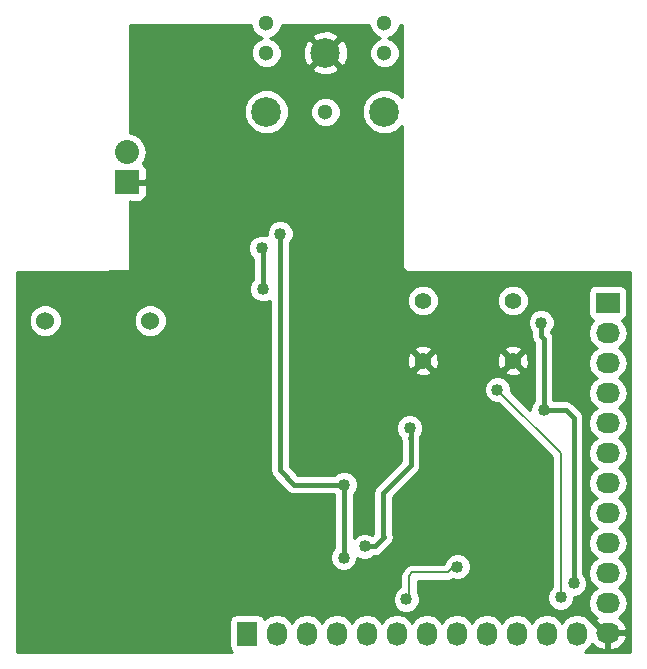
<source format=gbr>
G04 #@! TF.FileFunction,Copper,L2,Bot,Signal*
%FSLAX46Y46*%
G04 Gerber Fmt 4.6, Leading zero omitted, Abs format (unit mm)*
G04 Created by KiCad (PCBNEW 4.0.2-stable) date 27/05/2016 15:33:53*
%MOMM*%
G01*
G04 APERTURE LIST*
%ADD10C,0.100000*%
%ADD11C,1.524000*%
%ADD12R,2.032000X2.032000*%
%ADD13O,2.032000X2.032000*%
%ADD14C,1.397000*%
%ADD15R,2.032000X1.727200*%
%ADD16O,2.032000X1.727200*%
%ADD17R,1.727200X2.032000*%
%ADD18O,1.727200X2.032000*%
%ADD19C,2.500000*%
%ADD20C,2.524000*%
%ADD21C,1.300000*%
%ADD22C,1.016000*%
%ADD23C,0.400000*%
%ADD24C,0.250000*%
%ADD25C,0.203200*%
%ADD26C,0.254000*%
G04 APERTURE END LIST*
D10*
D11*
X148894800Y-75412600D03*
X157784800Y-75412600D03*
D12*
X155829000Y-63677800D03*
D13*
X155829000Y-61137800D03*
D14*
X188493400Y-73710800D03*
X188493400Y-78790800D03*
X180873400Y-73710800D03*
X180873400Y-78790800D03*
D15*
X196532500Y-73901300D03*
D16*
X196532500Y-76441300D03*
X196532500Y-78981300D03*
X196532500Y-81521300D03*
X196532500Y-84061300D03*
X196532500Y-86601300D03*
X196532500Y-89141300D03*
X196532500Y-91681300D03*
X196532500Y-94221300D03*
X196532500Y-96761300D03*
X196532500Y-99301300D03*
X196532500Y-101841300D03*
D17*
X165976300Y-101917500D03*
D18*
X168516300Y-101917500D03*
X171056300Y-101917500D03*
X173596300Y-101917500D03*
X176136300Y-101917500D03*
X178676300Y-101917500D03*
X181216300Y-101917500D03*
X183756300Y-101917500D03*
X186296300Y-101917500D03*
X188836300Y-101917500D03*
X191376300Y-101917500D03*
X193916300Y-101917500D03*
D19*
X172624000Y-52728000D03*
D20*
X167624000Y-57728000D03*
X177624000Y-57728000D03*
D21*
X167624000Y-50228000D03*
X177624000Y-50228000D03*
X167624000Y-52728000D03*
X177624000Y-52728000D03*
X172624000Y-57728000D03*
D22*
X193636900Y-97663000D03*
X190881000Y-75577700D03*
X191096900Y-83007200D03*
X179755800Y-84493100D03*
X175945800Y-94526100D03*
X171551600Y-79349600D03*
X175260000Y-76200000D03*
X192938400Y-75895200D03*
X174001800Y-74155400D03*
X181739300Y-93398100D03*
X184873900Y-99606100D03*
X170764200Y-98958400D03*
X192544700Y-98844100D03*
X187172600Y-81254600D03*
X168783000Y-68046600D03*
X174205900Y-89293700D03*
X174180500Y-95478600D03*
X183807100Y-96240600D03*
X179451000Y-99021900D03*
X167335200Y-72732900D03*
X167220900Y-69265800D03*
D23*
X190881000Y-75577700D02*
X190881000Y-76733400D01*
X190881000Y-76733400D02*
X191096900Y-76949300D01*
X191096900Y-83007200D02*
X192963800Y-83007200D01*
X193636900Y-83680300D02*
X193636900Y-97663000D01*
X192963800Y-83007200D02*
X193636900Y-83680300D01*
X191096900Y-76949300D02*
X191096900Y-83007200D01*
X179832000Y-87668100D02*
X179832000Y-85318600D01*
X177495200Y-90004900D02*
X179832000Y-87668100D01*
X177495200Y-93853000D02*
X177495200Y-90004900D01*
X179755800Y-85318600D02*
X179832000Y-85318600D01*
X179832000Y-85242400D02*
X179755800Y-85318600D01*
X179832000Y-84569300D02*
X179832000Y-85242400D01*
X179755800Y-84493100D02*
X179832000Y-84569300D01*
X175945800Y-94526100D02*
X176822100Y-94526100D01*
X176822100Y-94526100D02*
X177495200Y-93853000D01*
X177495200Y-93853000D02*
X177596800Y-93751400D01*
D24*
X176822100Y-94526100D02*
X177596800Y-93751400D01*
D25*
X171551600Y-79349600D02*
X173380400Y-79349600D01*
X173380400Y-79349600D02*
X175260000Y-77470000D01*
X175260000Y-77470000D02*
X175260000Y-76200000D01*
X184873900Y-99606100D02*
X181114700Y-99606100D01*
X181114700Y-99606100D02*
X180492400Y-100228400D01*
X180492400Y-100228400D02*
X172034200Y-100228400D01*
X172034200Y-100228400D02*
X170764200Y-98958400D01*
X155829000Y-63677800D02*
X170205400Y-63677800D01*
X170205400Y-63677800D02*
X174001800Y-67474200D01*
X174001800Y-67474200D02*
X174001800Y-74155400D01*
X174001800Y-74155400D02*
X174014400Y-74168000D01*
X174014400Y-74168000D02*
X174244000Y-74168000D01*
X181660800Y-93319600D02*
X181508400Y-93319600D01*
X181739300Y-93398100D02*
X181660800Y-93319600D01*
X196532500Y-101841300D02*
X196024500Y-101841300D01*
X196024500Y-101841300D02*
X195275200Y-101092000D01*
X195275200Y-101092000D02*
X195275200Y-100977700D01*
X196532500Y-101841300D02*
X196291200Y-101841300D01*
X196291200Y-101841300D02*
X195262500Y-100812600D01*
X195326000Y-100647500D02*
X195338700Y-100647500D01*
X195338700Y-100647500D02*
X196532500Y-101841300D01*
X170764200Y-98958400D02*
X171018200Y-99212400D01*
X192544700Y-86626700D02*
X192544700Y-98844100D01*
X187172600Y-81254600D02*
X192544700Y-86626700D01*
D23*
X174205900Y-89293700D02*
X169989500Y-89293700D01*
X168783000Y-88087200D02*
X168783000Y-68046600D01*
X169989500Y-89293700D02*
X168783000Y-88087200D01*
D24*
X174205900Y-89293700D02*
X174180500Y-89319100D01*
D23*
X174180500Y-89319100D02*
X174180500Y-95478600D01*
D25*
X183451500Y-96240600D02*
X183807100Y-96240600D01*
X182968900Y-96723200D02*
X183451500Y-96240600D01*
X179997100Y-96723200D02*
X182968900Y-96723200D01*
X179705000Y-97015300D02*
X179997100Y-96723200D01*
X179705000Y-98767900D02*
X179705000Y-97015300D01*
X179451000Y-99021900D02*
X179705000Y-98767900D01*
D23*
X167220900Y-69265800D02*
X167335200Y-69380100D01*
X167335200Y-69380100D02*
X167335200Y-72732900D01*
D26*
G36*
X166338777Y-50482481D02*
X166533995Y-50954943D01*
X166895155Y-51316735D01*
X167283898Y-51478155D01*
X166897057Y-51637995D01*
X166535265Y-51999155D01*
X166339223Y-52471276D01*
X166338777Y-52982481D01*
X166533995Y-53454943D01*
X166895155Y-53816735D01*
X167367276Y-54012777D01*
X167878481Y-54013223D01*
X168350943Y-53818005D01*
X168712735Y-53456845D01*
X168908777Y-52984724D01*
X168909223Y-52473519D01*
X168880419Y-52403806D01*
X170729612Y-52403806D01*
X170749750Y-53153435D01*
X170997877Y-53752467D01*
X171290680Y-53881715D01*
X172444395Y-52728000D01*
X172803605Y-52728000D01*
X173957320Y-53881715D01*
X174250123Y-53752467D01*
X174518388Y-53052194D01*
X174498250Y-52302565D01*
X174250123Y-51703533D01*
X173957320Y-51574285D01*
X172803605Y-52728000D01*
X172444395Y-52728000D01*
X171290680Y-51574285D01*
X170997877Y-51703533D01*
X170729612Y-52403806D01*
X168880419Y-52403806D01*
X168714005Y-52001057D01*
X168352845Y-51639265D01*
X167964102Y-51477845D01*
X168165375Y-51394680D01*
X171470285Y-51394680D01*
X172624000Y-52548395D01*
X173777715Y-51394680D01*
X173648467Y-51101877D01*
X172948194Y-50833612D01*
X172198565Y-50853750D01*
X171599533Y-51101877D01*
X171470285Y-51394680D01*
X168165375Y-51394680D01*
X168350943Y-51318005D01*
X168712735Y-50956845D01*
X168908777Y-50484724D01*
X168908834Y-50419000D01*
X176338832Y-50419000D01*
X176338777Y-50482481D01*
X176533995Y-50954943D01*
X176895155Y-51316735D01*
X177283898Y-51478155D01*
X176897057Y-51637995D01*
X176535265Y-51999155D01*
X176339223Y-52471276D01*
X176338777Y-52982481D01*
X176533995Y-53454943D01*
X176895155Y-53816735D01*
X177367276Y-54012777D01*
X177878481Y-54013223D01*
X178350943Y-53818005D01*
X178712735Y-53456845D01*
X178908777Y-52984724D01*
X178909223Y-52473519D01*
X178714005Y-52001057D01*
X178352845Y-51639265D01*
X177964102Y-51477845D01*
X178350943Y-51318005D01*
X178712735Y-50956845D01*
X178908777Y-50484724D01*
X178908834Y-50419000D01*
X179090000Y-50419000D01*
X179090000Y-56511454D01*
X178699967Y-56120740D01*
X178002992Y-55831330D01*
X177248319Y-55830672D01*
X176550840Y-56118864D01*
X176016740Y-56652033D01*
X175727330Y-57349008D01*
X175726672Y-58103681D01*
X176014864Y-58801160D01*
X176548033Y-59335260D01*
X177245008Y-59624670D01*
X177999681Y-59625328D01*
X178697160Y-59337136D01*
X179090000Y-58944981D01*
X179090000Y-70600000D01*
X179144046Y-70871705D01*
X179297954Y-71102046D01*
X179528295Y-71255954D01*
X179548287Y-71259931D01*
X179560295Y-71267954D01*
X179832000Y-71322000D01*
X198426000Y-71322000D01*
X198426000Y-103430000D01*
X194574753Y-103430000D01*
X194975970Y-103161915D01*
X195228035Y-102784674D01*
X195618180Y-103133254D01*
X196170587Y-103326484D01*
X196405500Y-103182224D01*
X196405500Y-101968300D01*
X196659500Y-101968300D01*
X196659500Y-103182224D01*
X196894413Y-103326484D01*
X197446820Y-103133254D01*
X197883232Y-102743336D01*
X198137209Y-102216091D01*
X198139858Y-102200326D01*
X198018717Y-101968300D01*
X196659500Y-101968300D01*
X196405500Y-101968300D01*
X196385500Y-101968300D01*
X196385500Y-101714300D01*
X196405500Y-101714300D01*
X196405500Y-101694300D01*
X196659500Y-101694300D01*
X196659500Y-101714300D01*
X198018717Y-101714300D01*
X198139858Y-101482274D01*
X198137209Y-101466509D01*
X197883232Y-100939264D01*
X197467431Y-100567761D01*
X197776915Y-100360970D01*
X198101771Y-99874789D01*
X198215845Y-99301300D01*
X198101771Y-98727811D01*
X197776915Y-98241630D01*
X197462134Y-98031300D01*
X197776915Y-97820970D01*
X198101771Y-97334789D01*
X198215845Y-96761300D01*
X198101771Y-96187811D01*
X197776915Y-95701630D01*
X197462134Y-95491300D01*
X197776915Y-95280970D01*
X198101771Y-94794789D01*
X198215845Y-94221300D01*
X198101771Y-93647811D01*
X197776915Y-93161630D01*
X197462134Y-92951300D01*
X197776915Y-92740970D01*
X198101771Y-92254789D01*
X198215845Y-91681300D01*
X198101771Y-91107811D01*
X197776915Y-90621630D01*
X197462134Y-90411300D01*
X197776915Y-90200970D01*
X198101771Y-89714789D01*
X198215845Y-89141300D01*
X198101771Y-88567811D01*
X197776915Y-88081630D01*
X197462134Y-87871300D01*
X197776915Y-87660970D01*
X198101771Y-87174789D01*
X198215845Y-86601300D01*
X198101771Y-86027811D01*
X197776915Y-85541630D01*
X197462134Y-85331300D01*
X197776915Y-85120970D01*
X198101771Y-84634789D01*
X198215845Y-84061300D01*
X198101771Y-83487811D01*
X197776915Y-83001630D01*
X197462134Y-82791300D01*
X197776915Y-82580970D01*
X198101771Y-82094789D01*
X198215845Y-81521300D01*
X198101771Y-80947811D01*
X197776915Y-80461630D01*
X197462134Y-80251300D01*
X197776915Y-80040970D01*
X198101771Y-79554789D01*
X198215845Y-78981300D01*
X198101771Y-78407811D01*
X197776915Y-77921630D01*
X197462134Y-77711300D01*
X197776915Y-77500970D01*
X198101771Y-77014789D01*
X198215845Y-76441300D01*
X198101771Y-75867811D01*
X197776915Y-75381630D01*
X197762587Y-75372057D01*
X197783817Y-75368062D01*
X197999941Y-75228990D01*
X198144931Y-75016790D01*
X198195940Y-74764900D01*
X198195940Y-73037700D01*
X198151662Y-72802383D01*
X198012590Y-72586259D01*
X197800390Y-72441269D01*
X197548500Y-72390260D01*
X195516500Y-72390260D01*
X195281183Y-72434538D01*
X195065059Y-72573610D01*
X194920069Y-72785810D01*
X194869060Y-73037700D01*
X194869060Y-74764900D01*
X194913338Y-75000217D01*
X195052410Y-75216341D01*
X195264610Y-75361331D01*
X195305939Y-75369700D01*
X195288085Y-75381630D01*
X194963229Y-75867811D01*
X194849155Y-76441300D01*
X194963229Y-77014789D01*
X195288085Y-77500970D01*
X195602866Y-77711300D01*
X195288085Y-77921630D01*
X194963229Y-78407811D01*
X194849155Y-78981300D01*
X194963229Y-79554789D01*
X195288085Y-80040970D01*
X195602866Y-80251300D01*
X195288085Y-80461630D01*
X194963229Y-80947811D01*
X194849155Y-81521300D01*
X194963229Y-82094789D01*
X195288085Y-82580970D01*
X195602866Y-82791300D01*
X195288085Y-83001630D01*
X194963229Y-83487811D01*
X194849155Y-84061300D01*
X194963229Y-84634789D01*
X195288085Y-85120970D01*
X195602866Y-85331300D01*
X195288085Y-85541630D01*
X194963229Y-86027811D01*
X194849155Y-86601300D01*
X194963229Y-87174789D01*
X195288085Y-87660970D01*
X195602866Y-87871300D01*
X195288085Y-88081630D01*
X194963229Y-88567811D01*
X194849155Y-89141300D01*
X194963229Y-89714789D01*
X195288085Y-90200970D01*
X195602866Y-90411300D01*
X195288085Y-90621630D01*
X194963229Y-91107811D01*
X194849155Y-91681300D01*
X194963229Y-92254789D01*
X195288085Y-92740970D01*
X195602866Y-92951300D01*
X195288085Y-93161630D01*
X194963229Y-93647811D01*
X194849155Y-94221300D01*
X194963229Y-94794789D01*
X195288085Y-95280970D01*
X195602866Y-95491300D01*
X195288085Y-95701630D01*
X194963229Y-96187811D01*
X194849155Y-96761300D01*
X194963229Y-97334789D01*
X195288085Y-97820970D01*
X195602866Y-98031300D01*
X195288085Y-98241630D01*
X194963229Y-98727811D01*
X194849155Y-99301300D01*
X194963229Y-99874789D01*
X195288085Y-100360970D01*
X195597569Y-100567761D01*
X195181768Y-100939264D01*
X195170062Y-100963564D01*
X194975970Y-100673085D01*
X194489789Y-100348229D01*
X193916300Y-100234155D01*
X193342811Y-100348229D01*
X192856630Y-100673085D01*
X192646300Y-100987866D01*
X192435970Y-100673085D01*
X191949789Y-100348229D01*
X191376300Y-100234155D01*
X190802811Y-100348229D01*
X190316630Y-100673085D01*
X190106300Y-100987866D01*
X189895970Y-100673085D01*
X189409789Y-100348229D01*
X188836300Y-100234155D01*
X188262811Y-100348229D01*
X187776630Y-100673085D01*
X187566300Y-100987866D01*
X187355970Y-100673085D01*
X186869789Y-100348229D01*
X186296300Y-100234155D01*
X185722811Y-100348229D01*
X185236630Y-100673085D01*
X185026300Y-100987866D01*
X184815970Y-100673085D01*
X184329789Y-100348229D01*
X183756300Y-100234155D01*
X183182811Y-100348229D01*
X182696630Y-100673085D01*
X182486300Y-100987866D01*
X182275970Y-100673085D01*
X181789789Y-100348229D01*
X181216300Y-100234155D01*
X180642811Y-100348229D01*
X180156630Y-100673085D01*
X179946300Y-100987866D01*
X179735970Y-100673085D01*
X179249789Y-100348229D01*
X178676300Y-100234155D01*
X178102811Y-100348229D01*
X177616630Y-100673085D01*
X177406300Y-100987866D01*
X177195970Y-100673085D01*
X176709789Y-100348229D01*
X176136300Y-100234155D01*
X175562811Y-100348229D01*
X175076630Y-100673085D01*
X174866300Y-100987866D01*
X174655970Y-100673085D01*
X174169789Y-100348229D01*
X173596300Y-100234155D01*
X173022811Y-100348229D01*
X172536630Y-100673085D01*
X172326300Y-100987866D01*
X172115970Y-100673085D01*
X171629789Y-100348229D01*
X171056300Y-100234155D01*
X170482811Y-100348229D01*
X169996630Y-100673085D01*
X169786300Y-100987866D01*
X169575970Y-100673085D01*
X169089789Y-100348229D01*
X168516300Y-100234155D01*
X167942811Y-100348229D01*
X167456630Y-100673085D01*
X167447057Y-100687413D01*
X167443062Y-100666183D01*
X167303990Y-100450059D01*
X167091790Y-100305069D01*
X166839900Y-100254060D01*
X165112700Y-100254060D01*
X164877383Y-100298338D01*
X164661259Y-100437410D01*
X164516269Y-100649610D01*
X164465260Y-100901500D01*
X164465260Y-102933500D01*
X164509538Y-103168817D01*
X164648610Y-103384941D01*
X164714556Y-103430000D01*
X146506000Y-103430000D01*
X146506000Y-99248259D01*
X178307802Y-99248259D01*
X178481446Y-99668512D01*
X178802697Y-99990323D01*
X179222646Y-100164701D01*
X179677359Y-100165098D01*
X180097612Y-99991454D01*
X180419423Y-99670203D01*
X180593801Y-99250254D01*
X180594198Y-98795541D01*
X180441600Y-98426224D01*
X180441600Y-97459800D01*
X182968900Y-97459800D01*
X183250785Y-97403730D01*
X183395245Y-97307205D01*
X183578746Y-97383401D01*
X184033459Y-97383798D01*
X184453712Y-97210154D01*
X184775523Y-96888903D01*
X184949901Y-96468954D01*
X184950298Y-96014241D01*
X184776654Y-95593988D01*
X184455403Y-95272177D01*
X184035454Y-95097799D01*
X183580741Y-95097402D01*
X183160488Y-95271046D01*
X182838677Y-95592297D01*
X182682871Y-95967519D01*
X182663790Y-95986600D01*
X179997100Y-95986600D01*
X179715215Y-96042670D01*
X179589152Y-96126903D01*
X179476245Y-96202345D01*
X179184145Y-96494445D01*
X179024470Y-96733415D01*
X178968400Y-97015300D01*
X178968400Y-97984578D01*
X178804388Y-98052346D01*
X178482577Y-98373597D01*
X178308199Y-98793546D01*
X178307802Y-99248259D01*
X146506000Y-99248259D01*
X146506000Y-75689261D01*
X147497558Y-75689261D01*
X147709790Y-76202903D01*
X148102430Y-76596229D01*
X148615700Y-76809357D01*
X149171461Y-76809842D01*
X149685103Y-76597610D01*
X150078429Y-76204970D01*
X150291557Y-75691700D01*
X150291559Y-75689261D01*
X156387558Y-75689261D01*
X156599790Y-76202903D01*
X156992430Y-76596229D01*
X157505700Y-76809357D01*
X158061461Y-76809842D01*
X158575103Y-76597610D01*
X158968429Y-76204970D01*
X159181557Y-75691700D01*
X159182042Y-75135939D01*
X158969810Y-74622297D01*
X158577170Y-74228971D01*
X158063900Y-74015843D01*
X157508139Y-74015358D01*
X156994497Y-74227590D01*
X156601171Y-74620230D01*
X156388043Y-75133500D01*
X156387558Y-75689261D01*
X150291559Y-75689261D01*
X150292042Y-75135939D01*
X150079810Y-74622297D01*
X149687170Y-74228971D01*
X149173900Y-74015843D01*
X148618139Y-74015358D01*
X148104497Y-74227590D01*
X147711171Y-74620230D01*
X147498043Y-75133500D01*
X147497558Y-75689261D01*
X146506000Y-75689261D01*
X146506000Y-71322000D01*
X153924000Y-71322000D01*
X153992164Y-71308441D01*
X154000000Y-71310000D01*
X154271705Y-71255954D01*
X154285106Y-71247000D01*
X155956000Y-71247000D01*
X156005410Y-71236994D01*
X156047035Y-71208553D01*
X156074315Y-71166159D01*
X156083000Y-71120000D01*
X156083000Y-69492159D01*
X166077702Y-69492159D01*
X166251346Y-69912412D01*
X166500200Y-70161700D01*
X166500200Y-71951406D01*
X166366777Y-72084597D01*
X166192399Y-72504546D01*
X166192002Y-72959259D01*
X166365646Y-73379512D01*
X166686897Y-73701323D01*
X167106846Y-73875701D01*
X167561559Y-73876098D01*
X167948000Y-73716425D01*
X167948000Y-88087200D01*
X168011561Y-88406741D01*
X168105721Y-88547661D01*
X168192566Y-88677634D01*
X169399066Y-89884134D01*
X169669960Y-90065140D01*
X169989500Y-90128700D01*
X173345500Y-90128700D01*
X173345500Y-94697106D01*
X173212077Y-94830297D01*
X173037699Y-95250246D01*
X173037302Y-95704959D01*
X173210946Y-96125212D01*
X173532197Y-96447023D01*
X173952146Y-96621401D01*
X174406859Y-96621798D01*
X174827112Y-96448154D01*
X175148923Y-96126903D01*
X175323301Y-95706954D01*
X175323477Y-95505311D01*
X175717446Y-95668901D01*
X176172159Y-95669298D01*
X176592412Y-95495654D01*
X176727201Y-95361100D01*
X176822100Y-95361100D01*
X177141641Y-95297539D01*
X177412534Y-95116534D01*
X178187234Y-94341834D01*
X178368239Y-94070940D01*
X178431800Y-93751400D01*
X178368239Y-93431860D01*
X178330200Y-93374930D01*
X178330200Y-90350768D01*
X180422434Y-88258534D01*
X180494353Y-88150899D01*
X180603439Y-87987641D01*
X180667000Y-87668100D01*
X180667000Y-85318600D01*
X180659421Y-85280500D01*
X180667000Y-85242400D01*
X180667000Y-85198526D01*
X180724223Y-85141403D01*
X180898601Y-84721454D01*
X180898998Y-84266741D01*
X180725354Y-83846488D01*
X180404103Y-83524677D01*
X179984154Y-83350299D01*
X179529441Y-83349902D01*
X179109188Y-83523546D01*
X178787377Y-83844797D01*
X178612999Y-84264746D01*
X178612602Y-84719459D01*
X178786246Y-85139712D01*
X178928114Y-85281828D01*
X178920800Y-85318600D01*
X178984361Y-85638141D01*
X178997000Y-85657057D01*
X178997000Y-87322232D01*
X176904766Y-89414466D01*
X176723761Y-89685359D01*
X176660200Y-90004900D01*
X176660200Y-93507132D01*
X176601872Y-93565460D01*
X176594103Y-93557677D01*
X176174154Y-93383299D01*
X175719441Y-93382902D01*
X175299188Y-93556546D01*
X175015500Y-93839740D01*
X175015500Y-90100550D01*
X175174323Y-89942003D01*
X175348701Y-89522054D01*
X175349098Y-89067341D01*
X175175454Y-88647088D01*
X174854203Y-88325277D01*
X174434254Y-88150899D01*
X173979541Y-88150502D01*
X173559288Y-88324146D01*
X173424499Y-88458700D01*
X170335368Y-88458700D01*
X169618000Y-87741332D01*
X169618000Y-81480959D01*
X186029402Y-81480959D01*
X186203046Y-81901212D01*
X186524297Y-82223023D01*
X186944246Y-82397401D01*
X187273979Y-82397689D01*
X191808100Y-86931810D01*
X191808100Y-97964377D01*
X191576277Y-98195797D01*
X191401899Y-98615746D01*
X191401502Y-99070459D01*
X191575146Y-99490712D01*
X191896397Y-99812523D01*
X192316346Y-99986901D01*
X192771059Y-99987298D01*
X193191312Y-99813654D01*
X193513123Y-99492403D01*
X193687501Y-99072454D01*
X193687734Y-98806045D01*
X193863259Y-98806198D01*
X194283512Y-98632554D01*
X194605323Y-98311303D01*
X194779701Y-97891354D01*
X194780098Y-97436641D01*
X194606454Y-97016388D01*
X194471900Y-96881599D01*
X194471900Y-83680300D01*
X194408339Y-83360759D01*
X194227334Y-83089866D01*
X193554234Y-82416766D01*
X193525252Y-82397401D01*
X193283341Y-82235761D01*
X192963800Y-82172200D01*
X191931900Y-82172200D01*
X191931900Y-76949300D01*
X191904160Y-76809842D01*
X191868340Y-76629760D01*
X191716000Y-76401768D01*
X191716000Y-76359194D01*
X191849423Y-76226003D01*
X192023801Y-75806054D01*
X192024198Y-75351341D01*
X191850554Y-74931088D01*
X191529303Y-74609277D01*
X191109354Y-74434899D01*
X190654641Y-74434502D01*
X190234388Y-74608146D01*
X189912577Y-74929397D01*
X189738199Y-75349346D01*
X189737802Y-75804059D01*
X189911446Y-76224312D01*
X190046000Y-76359101D01*
X190046000Y-76733400D01*
X190109561Y-77052941D01*
X190253820Y-77268840D01*
X190261900Y-77280932D01*
X190261900Y-82225706D01*
X190128477Y-82358897D01*
X189954099Y-82778846D01*
X189953911Y-82994201D01*
X188315512Y-81355802D01*
X188315798Y-81028241D01*
X188142154Y-80607988D01*
X187820903Y-80286177D01*
X187400954Y-80111799D01*
X186946241Y-80111402D01*
X186525988Y-80285046D01*
X186204177Y-80606297D01*
X186029799Y-81026246D01*
X186029402Y-81480959D01*
X169618000Y-81480959D01*
X169618000Y-79724988D01*
X180118817Y-79724988D01*
X180180471Y-79960600D01*
X180680880Y-80136727D01*
X181210599Y-80107948D01*
X181566329Y-79960600D01*
X181627983Y-79724988D01*
X187738817Y-79724988D01*
X187800471Y-79960600D01*
X188300880Y-80136727D01*
X188830599Y-80107948D01*
X189186329Y-79960600D01*
X189247983Y-79724988D01*
X188493400Y-78970405D01*
X187738817Y-79724988D01*
X181627983Y-79724988D01*
X180873400Y-78970405D01*
X180118817Y-79724988D01*
X169618000Y-79724988D01*
X169618000Y-78598280D01*
X179527473Y-78598280D01*
X179556252Y-79127999D01*
X179703600Y-79483729D01*
X179939212Y-79545383D01*
X180693795Y-78790800D01*
X181053005Y-78790800D01*
X181807588Y-79545383D01*
X182043200Y-79483729D01*
X182219327Y-78983320D01*
X182198409Y-78598280D01*
X187147473Y-78598280D01*
X187176252Y-79127999D01*
X187323600Y-79483729D01*
X187559212Y-79545383D01*
X188313795Y-78790800D01*
X188673005Y-78790800D01*
X189427588Y-79545383D01*
X189663200Y-79483729D01*
X189839327Y-78983320D01*
X189810548Y-78453601D01*
X189663200Y-78097871D01*
X189427588Y-78036217D01*
X188673005Y-78790800D01*
X188313795Y-78790800D01*
X187559212Y-78036217D01*
X187323600Y-78097871D01*
X187147473Y-78598280D01*
X182198409Y-78598280D01*
X182190548Y-78453601D01*
X182043200Y-78097871D01*
X181807588Y-78036217D01*
X181053005Y-78790800D01*
X180693795Y-78790800D01*
X179939212Y-78036217D01*
X179703600Y-78097871D01*
X179527473Y-78598280D01*
X169618000Y-78598280D01*
X169618000Y-77856612D01*
X180118817Y-77856612D01*
X180873400Y-78611195D01*
X181627983Y-77856612D01*
X187738817Y-77856612D01*
X188493400Y-78611195D01*
X189247983Y-77856612D01*
X189186329Y-77621000D01*
X188685920Y-77444873D01*
X188156201Y-77473652D01*
X187800471Y-77621000D01*
X187738817Y-77856612D01*
X181627983Y-77856612D01*
X181566329Y-77621000D01*
X181065920Y-77444873D01*
X180536201Y-77473652D01*
X180180471Y-77621000D01*
X180118817Y-77856612D01*
X169618000Y-77856612D01*
X169618000Y-73974886D01*
X179539669Y-73974886D01*
X179742254Y-74465180D01*
X180117047Y-74840627D01*
X180606987Y-75044068D01*
X181137486Y-75044531D01*
X181627780Y-74841946D01*
X182003227Y-74467153D01*
X182206668Y-73977213D01*
X182206670Y-73974886D01*
X187159669Y-73974886D01*
X187362254Y-74465180D01*
X187737047Y-74840627D01*
X188226987Y-75044068D01*
X188757486Y-75044531D01*
X189247780Y-74841946D01*
X189623227Y-74467153D01*
X189826668Y-73977213D01*
X189827131Y-73446714D01*
X189624546Y-72956420D01*
X189249753Y-72580973D01*
X188759813Y-72377532D01*
X188229314Y-72377069D01*
X187739020Y-72579654D01*
X187363573Y-72954447D01*
X187160132Y-73444387D01*
X187159669Y-73974886D01*
X182206670Y-73974886D01*
X182207131Y-73446714D01*
X182004546Y-72956420D01*
X181629753Y-72580973D01*
X181139813Y-72377532D01*
X180609314Y-72377069D01*
X180119020Y-72579654D01*
X179743573Y-72954447D01*
X179540132Y-73444387D01*
X179539669Y-73974886D01*
X169618000Y-73974886D01*
X169618000Y-68828094D01*
X169751423Y-68694903D01*
X169925801Y-68274954D01*
X169926198Y-67820241D01*
X169752554Y-67399988D01*
X169431303Y-67078177D01*
X169011354Y-66903799D01*
X168556641Y-66903402D01*
X168136388Y-67077046D01*
X167814577Y-67398297D01*
X167640199Y-67818246D01*
X167639864Y-68202147D01*
X167449254Y-68122999D01*
X166994541Y-68122602D01*
X166574288Y-68296246D01*
X166252477Y-68617497D01*
X166078099Y-69037446D01*
X166077702Y-69492159D01*
X156083000Y-69492159D01*
X156083000Y-65297050D01*
X156114750Y-65328800D01*
X156971309Y-65328800D01*
X157204698Y-65232127D01*
X157383327Y-65053499D01*
X157480000Y-64820110D01*
X157480000Y-63963550D01*
X157321250Y-63804800D01*
X156083000Y-63804800D01*
X156083000Y-63550800D01*
X157321250Y-63550800D01*
X157480000Y-63392050D01*
X157480000Y-62535490D01*
X157383327Y-62302101D01*
X157204698Y-62123473D01*
X157162034Y-62105801D01*
X157386670Y-61769610D01*
X157512345Y-61137800D01*
X157386670Y-60505990D01*
X157028778Y-59970367D01*
X156493155Y-59612475D01*
X156083000Y-59530890D01*
X156083000Y-58103681D01*
X165726672Y-58103681D01*
X166014864Y-58801160D01*
X166548033Y-59335260D01*
X167245008Y-59624670D01*
X167999681Y-59625328D01*
X168697160Y-59337136D01*
X169231260Y-58803967D01*
X169520670Y-58106992D01*
X169520778Y-57982481D01*
X171338777Y-57982481D01*
X171533995Y-58454943D01*
X171895155Y-58816735D01*
X172367276Y-59012777D01*
X172878481Y-59013223D01*
X173350943Y-58818005D01*
X173712735Y-58456845D01*
X173908777Y-57984724D01*
X173909223Y-57473519D01*
X173714005Y-57001057D01*
X173352845Y-56639265D01*
X172880724Y-56443223D01*
X172369519Y-56442777D01*
X171897057Y-56637995D01*
X171535265Y-56999155D01*
X171339223Y-57471276D01*
X171338777Y-57982481D01*
X169520778Y-57982481D01*
X169521328Y-57352319D01*
X169233136Y-56654840D01*
X168699967Y-56120740D01*
X168002992Y-55831330D01*
X167248319Y-55830672D01*
X166550840Y-56118864D01*
X166016740Y-56652033D01*
X165727330Y-57349008D01*
X165726672Y-58103681D01*
X156083000Y-58103681D01*
X156083000Y-54061320D01*
X171470285Y-54061320D01*
X171599533Y-54354123D01*
X172299806Y-54622388D01*
X173049435Y-54602250D01*
X173648467Y-54354123D01*
X173777715Y-54061320D01*
X172624000Y-52907605D01*
X171470285Y-54061320D01*
X156083000Y-54061320D01*
X156083000Y-50419000D01*
X166338832Y-50419000D01*
X166338777Y-50482481D01*
X166338777Y-50482481D01*
G37*
X166338777Y-50482481D02*
X166533995Y-50954943D01*
X166895155Y-51316735D01*
X167283898Y-51478155D01*
X166897057Y-51637995D01*
X166535265Y-51999155D01*
X166339223Y-52471276D01*
X166338777Y-52982481D01*
X166533995Y-53454943D01*
X166895155Y-53816735D01*
X167367276Y-54012777D01*
X167878481Y-54013223D01*
X168350943Y-53818005D01*
X168712735Y-53456845D01*
X168908777Y-52984724D01*
X168909223Y-52473519D01*
X168880419Y-52403806D01*
X170729612Y-52403806D01*
X170749750Y-53153435D01*
X170997877Y-53752467D01*
X171290680Y-53881715D01*
X172444395Y-52728000D01*
X172803605Y-52728000D01*
X173957320Y-53881715D01*
X174250123Y-53752467D01*
X174518388Y-53052194D01*
X174498250Y-52302565D01*
X174250123Y-51703533D01*
X173957320Y-51574285D01*
X172803605Y-52728000D01*
X172444395Y-52728000D01*
X171290680Y-51574285D01*
X170997877Y-51703533D01*
X170729612Y-52403806D01*
X168880419Y-52403806D01*
X168714005Y-52001057D01*
X168352845Y-51639265D01*
X167964102Y-51477845D01*
X168165375Y-51394680D01*
X171470285Y-51394680D01*
X172624000Y-52548395D01*
X173777715Y-51394680D01*
X173648467Y-51101877D01*
X172948194Y-50833612D01*
X172198565Y-50853750D01*
X171599533Y-51101877D01*
X171470285Y-51394680D01*
X168165375Y-51394680D01*
X168350943Y-51318005D01*
X168712735Y-50956845D01*
X168908777Y-50484724D01*
X168908834Y-50419000D01*
X176338832Y-50419000D01*
X176338777Y-50482481D01*
X176533995Y-50954943D01*
X176895155Y-51316735D01*
X177283898Y-51478155D01*
X176897057Y-51637995D01*
X176535265Y-51999155D01*
X176339223Y-52471276D01*
X176338777Y-52982481D01*
X176533995Y-53454943D01*
X176895155Y-53816735D01*
X177367276Y-54012777D01*
X177878481Y-54013223D01*
X178350943Y-53818005D01*
X178712735Y-53456845D01*
X178908777Y-52984724D01*
X178909223Y-52473519D01*
X178714005Y-52001057D01*
X178352845Y-51639265D01*
X177964102Y-51477845D01*
X178350943Y-51318005D01*
X178712735Y-50956845D01*
X178908777Y-50484724D01*
X178908834Y-50419000D01*
X179090000Y-50419000D01*
X179090000Y-56511454D01*
X178699967Y-56120740D01*
X178002992Y-55831330D01*
X177248319Y-55830672D01*
X176550840Y-56118864D01*
X176016740Y-56652033D01*
X175727330Y-57349008D01*
X175726672Y-58103681D01*
X176014864Y-58801160D01*
X176548033Y-59335260D01*
X177245008Y-59624670D01*
X177999681Y-59625328D01*
X178697160Y-59337136D01*
X179090000Y-58944981D01*
X179090000Y-70600000D01*
X179144046Y-70871705D01*
X179297954Y-71102046D01*
X179528295Y-71255954D01*
X179548287Y-71259931D01*
X179560295Y-71267954D01*
X179832000Y-71322000D01*
X198426000Y-71322000D01*
X198426000Y-103430000D01*
X194574753Y-103430000D01*
X194975970Y-103161915D01*
X195228035Y-102784674D01*
X195618180Y-103133254D01*
X196170587Y-103326484D01*
X196405500Y-103182224D01*
X196405500Y-101968300D01*
X196659500Y-101968300D01*
X196659500Y-103182224D01*
X196894413Y-103326484D01*
X197446820Y-103133254D01*
X197883232Y-102743336D01*
X198137209Y-102216091D01*
X198139858Y-102200326D01*
X198018717Y-101968300D01*
X196659500Y-101968300D01*
X196405500Y-101968300D01*
X196385500Y-101968300D01*
X196385500Y-101714300D01*
X196405500Y-101714300D01*
X196405500Y-101694300D01*
X196659500Y-101694300D01*
X196659500Y-101714300D01*
X198018717Y-101714300D01*
X198139858Y-101482274D01*
X198137209Y-101466509D01*
X197883232Y-100939264D01*
X197467431Y-100567761D01*
X197776915Y-100360970D01*
X198101771Y-99874789D01*
X198215845Y-99301300D01*
X198101771Y-98727811D01*
X197776915Y-98241630D01*
X197462134Y-98031300D01*
X197776915Y-97820970D01*
X198101771Y-97334789D01*
X198215845Y-96761300D01*
X198101771Y-96187811D01*
X197776915Y-95701630D01*
X197462134Y-95491300D01*
X197776915Y-95280970D01*
X198101771Y-94794789D01*
X198215845Y-94221300D01*
X198101771Y-93647811D01*
X197776915Y-93161630D01*
X197462134Y-92951300D01*
X197776915Y-92740970D01*
X198101771Y-92254789D01*
X198215845Y-91681300D01*
X198101771Y-91107811D01*
X197776915Y-90621630D01*
X197462134Y-90411300D01*
X197776915Y-90200970D01*
X198101771Y-89714789D01*
X198215845Y-89141300D01*
X198101771Y-88567811D01*
X197776915Y-88081630D01*
X197462134Y-87871300D01*
X197776915Y-87660970D01*
X198101771Y-87174789D01*
X198215845Y-86601300D01*
X198101771Y-86027811D01*
X197776915Y-85541630D01*
X197462134Y-85331300D01*
X197776915Y-85120970D01*
X198101771Y-84634789D01*
X198215845Y-84061300D01*
X198101771Y-83487811D01*
X197776915Y-83001630D01*
X197462134Y-82791300D01*
X197776915Y-82580970D01*
X198101771Y-82094789D01*
X198215845Y-81521300D01*
X198101771Y-80947811D01*
X197776915Y-80461630D01*
X197462134Y-80251300D01*
X197776915Y-80040970D01*
X198101771Y-79554789D01*
X198215845Y-78981300D01*
X198101771Y-78407811D01*
X197776915Y-77921630D01*
X197462134Y-77711300D01*
X197776915Y-77500970D01*
X198101771Y-77014789D01*
X198215845Y-76441300D01*
X198101771Y-75867811D01*
X197776915Y-75381630D01*
X197762587Y-75372057D01*
X197783817Y-75368062D01*
X197999941Y-75228990D01*
X198144931Y-75016790D01*
X198195940Y-74764900D01*
X198195940Y-73037700D01*
X198151662Y-72802383D01*
X198012590Y-72586259D01*
X197800390Y-72441269D01*
X197548500Y-72390260D01*
X195516500Y-72390260D01*
X195281183Y-72434538D01*
X195065059Y-72573610D01*
X194920069Y-72785810D01*
X194869060Y-73037700D01*
X194869060Y-74764900D01*
X194913338Y-75000217D01*
X195052410Y-75216341D01*
X195264610Y-75361331D01*
X195305939Y-75369700D01*
X195288085Y-75381630D01*
X194963229Y-75867811D01*
X194849155Y-76441300D01*
X194963229Y-77014789D01*
X195288085Y-77500970D01*
X195602866Y-77711300D01*
X195288085Y-77921630D01*
X194963229Y-78407811D01*
X194849155Y-78981300D01*
X194963229Y-79554789D01*
X195288085Y-80040970D01*
X195602866Y-80251300D01*
X195288085Y-80461630D01*
X194963229Y-80947811D01*
X194849155Y-81521300D01*
X194963229Y-82094789D01*
X195288085Y-82580970D01*
X195602866Y-82791300D01*
X195288085Y-83001630D01*
X194963229Y-83487811D01*
X194849155Y-84061300D01*
X194963229Y-84634789D01*
X195288085Y-85120970D01*
X195602866Y-85331300D01*
X195288085Y-85541630D01*
X194963229Y-86027811D01*
X194849155Y-86601300D01*
X194963229Y-87174789D01*
X195288085Y-87660970D01*
X195602866Y-87871300D01*
X195288085Y-88081630D01*
X194963229Y-88567811D01*
X194849155Y-89141300D01*
X194963229Y-89714789D01*
X195288085Y-90200970D01*
X195602866Y-90411300D01*
X195288085Y-90621630D01*
X194963229Y-91107811D01*
X194849155Y-91681300D01*
X194963229Y-92254789D01*
X195288085Y-92740970D01*
X195602866Y-92951300D01*
X195288085Y-93161630D01*
X194963229Y-93647811D01*
X194849155Y-94221300D01*
X194963229Y-94794789D01*
X195288085Y-95280970D01*
X195602866Y-95491300D01*
X195288085Y-95701630D01*
X194963229Y-96187811D01*
X194849155Y-96761300D01*
X194963229Y-97334789D01*
X195288085Y-97820970D01*
X195602866Y-98031300D01*
X195288085Y-98241630D01*
X194963229Y-98727811D01*
X194849155Y-99301300D01*
X194963229Y-99874789D01*
X195288085Y-100360970D01*
X195597569Y-100567761D01*
X195181768Y-100939264D01*
X195170062Y-100963564D01*
X194975970Y-100673085D01*
X194489789Y-100348229D01*
X193916300Y-100234155D01*
X193342811Y-100348229D01*
X192856630Y-100673085D01*
X192646300Y-100987866D01*
X192435970Y-100673085D01*
X191949789Y-100348229D01*
X191376300Y-100234155D01*
X190802811Y-100348229D01*
X190316630Y-100673085D01*
X190106300Y-100987866D01*
X189895970Y-100673085D01*
X189409789Y-100348229D01*
X188836300Y-100234155D01*
X188262811Y-100348229D01*
X187776630Y-100673085D01*
X187566300Y-100987866D01*
X187355970Y-100673085D01*
X186869789Y-100348229D01*
X186296300Y-100234155D01*
X185722811Y-100348229D01*
X185236630Y-100673085D01*
X185026300Y-100987866D01*
X184815970Y-100673085D01*
X184329789Y-100348229D01*
X183756300Y-100234155D01*
X183182811Y-100348229D01*
X182696630Y-100673085D01*
X182486300Y-100987866D01*
X182275970Y-100673085D01*
X181789789Y-100348229D01*
X181216300Y-100234155D01*
X180642811Y-100348229D01*
X180156630Y-100673085D01*
X179946300Y-100987866D01*
X179735970Y-100673085D01*
X179249789Y-100348229D01*
X178676300Y-100234155D01*
X178102811Y-100348229D01*
X177616630Y-100673085D01*
X177406300Y-100987866D01*
X177195970Y-100673085D01*
X176709789Y-100348229D01*
X176136300Y-100234155D01*
X175562811Y-100348229D01*
X175076630Y-100673085D01*
X174866300Y-100987866D01*
X174655970Y-100673085D01*
X174169789Y-100348229D01*
X173596300Y-100234155D01*
X173022811Y-100348229D01*
X172536630Y-100673085D01*
X172326300Y-100987866D01*
X172115970Y-100673085D01*
X171629789Y-100348229D01*
X171056300Y-100234155D01*
X170482811Y-100348229D01*
X169996630Y-100673085D01*
X169786300Y-100987866D01*
X169575970Y-100673085D01*
X169089789Y-100348229D01*
X168516300Y-100234155D01*
X167942811Y-100348229D01*
X167456630Y-100673085D01*
X167447057Y-100687413D01*
X167443062Y-100666183D01*
X167303990Y-100450059D01*
X167091790Y-100305069D01*
X166839900Y-100254060D01*
X165112700Y-100254060D01*
X164877383Y-100298338D01*
X164661259Y-100437410D01*
X164516269Y-100649610D01*
X164465260Y-100901500D01*
X164465260Y-102933500D01*
X164509538Y-103168817D01*
X164648610Y-103384941D01*
X164714556Y-103430000D01*
X146506000Y-103430000D01*
X146506000Y-99248259D01*
X178307802Y-99248259D01*
X178481446Y-99668512D01*
X178802697Y-99990323D01*
X179222646Y-100164701D01*
X179677359Y-100165098D01*
X180097612Y-99991454D01*
X180419423Y-99670203D01*
X180593801Y-99250254D01*
X180594198Y-98795541D01*
X180441600Y-98426224D01*
X180441600Y-97459800D01*
X182968900Y-97459800D01*
X183250785Y-97403730D01*
X183395245Y-97307205D01*
X183578746Y-97383401D01*
X184033459Y-97383798D01*
X184453712Y-97210154D01*
X184775523Y-96888903D01*
X184949901Y-96468954D01*
X184950298Y-96014241D01*
X184776654Y-95593988D01*
X184455403Y-95272177D01*
X184035454Y-95097799D01*
X183580741Y-95097402D01*
X183160488Y-95271046D01*
X182838677Y-95592297D01*
X182682871Y-95967519D01*
X182663790Y-95986600D01*
X179997100Y-95986600D01*
X179715215Y-96042670D01*
X179589152Y-96126903D01*
X179476245Y-96202345D01*
X179184145Y-96494445D01*
X179024470Y-96733415D01*
X178968400Y-97015300D01*
X178968400Y-97984578D01*
X178804388Y-98052346D01*
X178482577Y-98373597D01*
X178308199Y-98793546D01*
X178307802Y-99248259D01*
X146506000Y-99248259D01*
X146506000Y-75689261D01*
X147497558Y-75689261D01*
X147709790Y-76202903D01*
X148102430Y-76596229D01*
X148615700Y-76809357D01*
X149171461Y-76809842D01*
X149685103Y-76597610D01*
X150078429Y-76204970D01*
X150291557Y-75691700D01*
X150291559Y-75689261D01*
X156387558Y-75689261D01*
X156599790Y-76202903D01*
X156992430Y-76596229D01*
X157505700Y-76809357D01*
X158061461Y-76809842D01*
X158575103Y-76597610D01*
X158968429Y-76204970D01*
X159181557Y-75691700D01*
X159182042Y-75135939D01*
X158969810Y-74622297D01*
X158577170Y-74228971D01*
X158063900Y-74015843D01*
X157508139Y-74015358D01*
X156994497Y-74227590D01*
X156601171Y-74620230D01*
X156388043Y-75133500D01*
X156387558Y-75689261D01*
X150291559Y-75689261D01*
X150292042Y-75135939D01*
X150079810Y-74622297D01*
X149687170Y-74228971D01*
X149173900Y-74015843D01*
X148618139Y-74015358D01*
X148104497Y-74227590D01*
X147711171Y-74620230D01*
X147498043Y-75133500D01*
X147497558Y-75689261D01*
X146506000Y-75689261D01*
X146506000Y-71322000D01*
X153924000Y-71322000D01*
X153992164Y-71308441D01*
X154000000Y-71310000D01*
X154271705Y-71255954D01*
X154285106Y-71247000D01*
X155956000Y-71247000D01*
X156005410Y-71236994D01*
X156047035Y-71208553D01*
X156074315Y-71166159D01*
X156083000Y-71120000D01*
X156083000Y-69492159D01*
X166077702Y-69492159D01*
X166251346Y-69912412D01*
X166500200Y-70161700D01*
X166500200Y-71951406D01*
X166366777Y-72084597D01*
X166192399Y-72504546D01*
X166192002Y-72959259D01*
X166365646Y-73379512D01*
X166686897Y-73701323D01*
X167106846Y-73875701D01*
X167561559Y-73876098D01*
X167948000Y-73716425D01*
X167948000Y-88087200D01*
X168011561Y-88406741D01*
X168105721Y-88547661D01*
X168192566Y-88677634D01*
X169399066Y-89884134D01*
X169669960Y-90065140D01*
X169989500Y-90128700D01*
X173345500Y-90128700D01*
X173345500Y-94697106D01*
X173212077Y-94830297D01*
X173037699Y-95250246D01*
X173037302Y-95704959D01*
X173210946Y-96125212D01*
X173532197Y-96447023D01*
X173952146Y-96621401D01*
X174406859Y-96621798D01*
X174827112Y-96448154D01*
X175148923Y-96126903D01*
X175323301Y-95706954D01*
X175323477Y-95505311D01*
X175717446Y-95668901D01*
X176172159Y-95669298D01*
X176592412Y-95495654D01*
X176727201Y-95361100D01*
X176822100Y-95361100D01*
X177141641Y-95297539D01*
X177412534Y-95116534D01*
X178187234Y-94341834D01*
X178368239Y-94070940D01*
X178431800Y-93751400D01*
X178368239Y-93431860D01*
X178330200Y-93374930D01*
X178330200Y-90350768D01*
X180422434Y-88258534D01*
X180494353Y-88150899D01*
X180603439Y-87987641D01*
X180667000Y-87668100D01*
X180667000Y-85318600D01*
X180659421Y-85280500D01*
X180667000Y-85242400D01*
X180667000Y-85198526D01*
X180724223Y-85141403D01*
X180898601Y-84721454D01*
X180898998Y-84266741D01*
X180725354Y-83846488D01*
X180404103Y-83524677D01*
X179984154Y-83350299D01*
X179529441Y-83349902D01*
X179109188Y-83523546D01*
X178787377Y-83844797D01*
X178612999Y-84264746D01*
X178612602Y-84719459D01*
X178786246Y-85139712D01*
X178928114Y-85281828D01*
X178920800Y-85318600D01*
X178984361Y-85638141D01*
X178997000Y-85657057D01*
X178997000Y-87322232D01*
X176904766Y-89414466D01*
X176723761Y-89685359D01*
X176660200Y-90004900D01*
X176660200Y-93507132D01*
X176601872Y-93565460D01*
X176594103Y-93557677D01*
X176174154Y-93383299D01*
X175719441Y-93382902D01*
X175299188Y-93556546D01*
X175015500Y-93839740D01*
X175015500Y-90100550D01*
X175174323Y-89942003D01*
X175348701Y-89522054D01*
X175349098Y-89067341D01*
X175175454Y-88647088D01*
X174854203Y-88325277D01*
X174434254Y-88150899D01*
X173979541Y-88150502D01*
X173559288Y-88324146D01*
X173424499Y-88458700D01*
X170335368Y-88458700D01*
X169618000Y-87741332D01*
X169618000Y-81480959D01*
X186029402Y-81480959D01*
X186203046Y-81901212D01*
X186524297Y-82223023D01*
X186944246Y-82397401D01*
X187273979Y-82397689D01*
X191808100Y-86931810D01*
X191808100Y-97964377D01*
X191576277Y-98195797D01*
X191401899Y-98615746D01*
X191401502Y-99070459D01*
X191575146Y-99490712D01*
X191896397Y-99812523D01*
X192316346Y-99986901D01*
X192771059Y-99987298D01*
X193191312Y-99813654D01*
X193513123Y-99492403D01*
X193687501Y-99072454D01*
X193687734Y-98806045D01*
X193863259Y-98806198D01*
X194283512Y-98632554D01*
X194605323Y-98311303D01*
X194779701Y-97891354D01*
X194780098Y-97436641D01*
X194606454Y-97016388D01*
X194471900Y-96881599D01*
X194471900Y-83680300D01*
X194408339Y-83360759D01*
X194227334Y-83089866D01*
X193554234Y-82416766D01*
X193525252Y-82397401D01*
X193283341Y-82235761D01*
X192963800Y-82172200D01*
X191931900Y-82172200D01*
X191931900Y-76949300D01*
X191904160Y-76809842D01*
X191868340Y-76629760D01*
X191716000Y-76401768D01*
X191716000Y-76359194D01*
X191849423Y-76226003D01*
X192023801Y-75806054D01*
X192024198Y-75351341D01*
X191850554Y-74931088D01*
X191529303Y-74609277D01*
X191109354Y-74434899D01*
X190654641Y-74434502D01*
X190234388Y-74608146D01*
X189912577Y-74929397D01*
X189738199Y-75349346D01*
X189737802Y-75804059D01*
X189911446Y-76224312D01*
X190046000Y-76359101D01*
X190046000Y-76733400D01*
X190109561Y-77052941D01*
X190253820Y-77268840D01*
X190261900Y-77280932D01*
X190261900Y-82225706D01*
X190128477Y-82358897D01*
X189954099Y-82778846D01*
X189953911Y-82994201D01*
X188315512Y-81355802D01*
X188315798Y-81028241D01*
X188142154Y-80607988D01*
X187820903Y-80286177D01*
X187400954Y-80111799D01*
X186946241Y-80111402D01*
X186525988Y-80285046D01*
X186204177Y-80606297D01*
X186029799Y-81026246D01*
X186029402Y-81480959D01*
X169618000Y-81480959D01*
X169618000Y-79724988D01*
X180118817Y-79724988D01*
X180180471Y-79960600D01*
X180680880Y-80136727D01*
X181210599Y-80107948D01*
X181566329Y-79960600D01*
X181627983Y-79724988D01*
X187738817Y-79724988D01*
X187800471Y-79960600D01*
X188300880Y-80136727D01*
X188830599Y-80107948D01*
X189186329Y-79960600D01*
X189247983Y-79724988D01*
X188493400Y-78970405D01*
X187738817Y-79724988D01*
X181627983Y-79724988D01*
X180873400Y-78970405D01*
X180118817Y-79724988D01*
X169618000Y-79724988D01*
X169618000Y-78598280D01*
X179527473Y-78598280D01*
X179556252Y-79127999D01*
X179703600Y-79483729D01*
X179939212Y-79545383D01*
X180693795Y-78790800D01*
X181053005Y-78790800D01*
X181807588Y-79545383D01*
X182043200Y-79483729D01*
X182219327Y-78983320D01*
X182198409Y-78598280D01*
X187147473Y-78598280D01*
X187176252Y-79127999D01*
X187323600Y-79483729D01*
X187559212Y-79545383D01*
X188313795Y-78790800D01*
X188673005Y-78790800D01*
X189427588Y-79545383D01*
X189663200Y-79483729D01*
X189839327Y-78983320D01*
X189810548Y-78453601D01*
X189663200Y-78097871D01*
X189427588Y-78036217D01*
X188673005Y-78790800D01*
X188313795Y-78790800D01*
X187559212Y-78036217D01*
X187323600Y-78097871D01*
X187147473Y-78598280D01*
X182198409Y-78598280D01*
X182190548Y-78453601D01*
X182043200Y-78097871D01*
X181807588Y-78036217D01*
X181053005Y-78790800D01*
X180693795Y-78790800D01*
X179939212Y-78036217D01*
X179703600Y-78097871D01*
X179527473Y-78598280D01*
X169618000Y-78598280D01*
X169618000Y-77856612D01*
X180118817Y-77856612D01*
X180873400Y-78611195D01*
X181627983Y-77856612D01*
X187738817Y-77856612D01*
X188493400Y-78611195D01*
X189247983Y-77856612D01*
X189186329Y-77621000D01*
X188685920Y-77444873D01*
X188156201Y-77473652D01*
X187800471Y-77621000D01*
X187738817Y-77856612D01*
X181627983Y-77856612D01*
X181566329Y-77621000D01*
X181065920Y-77444873D01*
X180536201Y-77473652D01*
X180180471Y-77621000D01*
X180118817Y-77856612D01*
X169618000Y-77856612D01*
X169618000Y-73974886D01*
X179539669Y-73974886D01*
X179742254Y-74465180D01*
X180117047Y-74840627D01*
X180606987Y-75044068D01*
X181137486Y-75044531D01*
X181627780Y-74841946D01*
X182003227Y-74467153D01*
X182206668Y-73977213D01*
X182206670Y-73974886D01*
X187159669Y-73974886D01*
X187362254Y-74465180D01*
X187737047Y-74840627D01*
X188226987Y-75044068D01*
X188757486Y-75044531D01*
X189247780Y-74841946D01*
X189623227Y-74467153D01*
X189826668Y-73977213D01*
X189827131Y-73446714D01*
X189624546Y-72956420D01*
X189249753Y-72580973D01*
X188759813Y-72377532D01*
X188229314Y-72377069D01*
X187739020Y-72579654D01*
X187363573Y-72954447D01*
X187160132Y-73444387D01*
X187159669Y-73974886D01*
X182206670Y-73974886D01*
X182207131Y-73446714D01*
X182004546Y-72956420D01*
X181629753Y-72580973D01*
X181139813Y-72377532D01*
X180609314Y-72377069D01*
X180119020Y-72579654D01*
X179743573Y-72954447D01*
X179540132Y-73444387D01*
X179539669Y-73974886D01*
X169618000Y-73974886D01*
X169618000Y-68828094D01*
X169751423Y-68694903D01*
X169925801Y-68274954D01*
X169926198Y-67820241D01*
X169752554Y-67399988D01*
X169431303Y-67078177D01*
X169011354Y-66903799D01*
X168556641Y-66903402D01*
X168136388Y-67077046D01*
X167814577Y-67398297D01*
X167640199Y-67818246D01*
X167639864Y-68202147D01*
X167449254Y-68122999D01*
X166994541Y-68122602D01*
X166574288Y-68296246D01*
X166252477Y-68617497D01*
X166078099Y-69037446D01*
X166077702Y-69492159D01*
X156083000Y-69492159D01*
X156083000Y-65297050D01*
X156114750Y-65328800D01*
X156971309Y-65328800D01*
X157204698Y-65232127D01*
X157383327Y-65053499D01*
X157480000Y-64820110D01*
X157480000Y-63963550D01*
X157321250Y-63804800D01*
X156083000Y-63804800D01*
X156083000Y-63550800D01*
X157321250Y-63550800D01*
X157480000Y-63392050D01*
X157480000Y-62535490D01*
X157383327Y-62302101D01*
X157204698Y-62123473D01*
X157162034Y-62105801D01*
X157386670Y-61769610D01*
X157512345Y-61137800D01*
X157386670Y-60505990D01*
X157028778Y-59970367D01*
X156493155Y-59612475D01*
X156083000Y-59530890D01*
X156083000Y-58103681D01*
X165726672Y-58103681D01*
X166014864Y-58801160D01*
X166548033Y-59335260D01*
X167245008Y-59624670D01*
X167999681Y-59625328D01*
X168697160Y-59337136D01*
X169231260Y-58803967D01*
X169520670Y-58106992D01*
X169520778Y-57982481D01*
X171338777Y-57982481D01*
X171533995Y-58454943D01*
X171895155Y-58816735D01*
X172367276Y-59012777D01*
X172878481Y-59013223D01*
X173350943Y-58818005D01*
X173712735Y-58456845D01*
X173908777Y-57984724D01*
X173909223Y-57473519D01*
X173714005Y-57001057D01*
X173352845Y-56639265D01*
X172880724Y-56443223D01*
X172369519Y-56442777D01*
X171897057Y-56637995D01*
X171535265Y-56999155D01*
X171339223Y-57471276D01*
X171338777Y-57982481D01*
X169520778Y-57982481D01*
X169521328Y-57352319D01*
X169233136Y-56654840D01*
X168699967Y-56120740D01*
X168002992Y-55831330D01*
X167248319Y-55830672D01*
X166550840Y-56118864D01*
X166016740Y-56652033D01*
X165727330Y-57349008D01*
X165726672Y-58103681D01*
X156083000Y-58103681D01*
X156083000Y-54061320D01*
X171470285Y-54061320D01*
X171599533Y-54354123D01*
X172299806Y-54622388D01*
X173049435Y-54602250D01*
X173648467Y-54354123D01*
X173777715Y-54061320D01*
X172624000Y-52907605D01*
X171470285Y-54061320D01*
X156083000Y-54061320D01*
X156083000Y-50419000D01*
X166338832Y-50419000D01*
X166338777Y-50482481D01*
M02*

</source>
